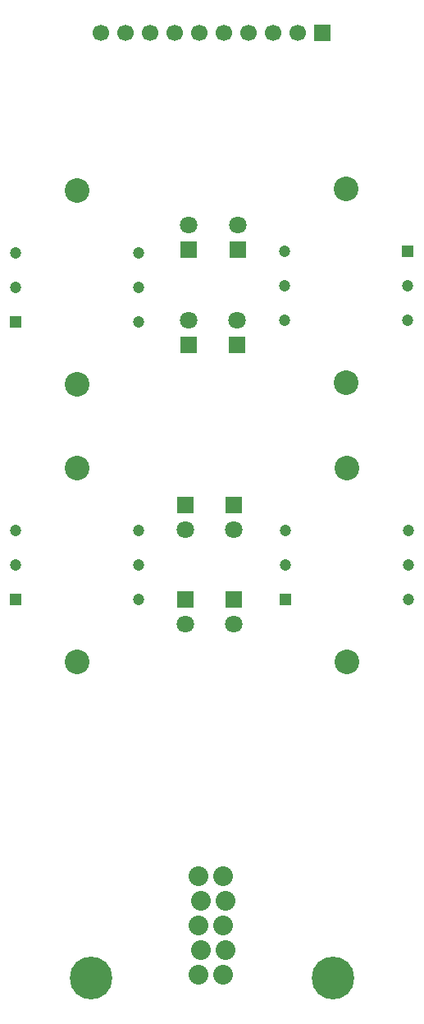
<source format=gbr>
%TF.GenerationSoftware,KiCad,Pcbnew,9.0.6*%
%TF.CreationDate,2025-12-17T11:15:49-05:00*%
%TF.ProjectId,lichen-crustose-processing-board,6c696368-656e-42d6-9372-7573746f7365,1.0*%
%TF.SameCoordinates,Original*%
%TF.FileFunction,Soldermask,Bot*%
%TF.FilePolarity,Negative*%
%FSLAX46Y46*%
G04 Gerber Fmt 4.6, Leading zero omitted, Abs format (unit mm)*
G04 Created by KiCad (PCBNEW 9.0.6) date 2025-12-17 11:15:49*
%MOMM*%
%LPD*%
G01*
G04 APERTURE LIST*
%ADD10C,4.400000*%
%ADD11R,1.700000X1.700000*%
%ADD12C,1.700000*%
%ADD13C,2.540000*%
%ADD14R,1.200000X1.200000*%
%ADD15C,1.200000*%
%ADD16R,1.800000X1.800000*%
%ADD17C,1.800000*%
%ADD18C,2.032000*%
G04 APERTURE END LIST*
D10*
%TO.C,H2*%
X137750000Y-210000000D03*
%TD*%
D11*
%TO.C,CONN1*%
X136650000Y-112500000D03*
D12*
X134110000Y-112500000D03*
X131570000Y-112500000D03*
X129030000Y-112500000D03*
X126490000Y-112500000D03*
X123950000Y-112500000D03*
X121410000Y-112500000D03*
X118870000Y-112500000D03*
X116330000Y-112500000D03*
X113790000Y-112500000D03*
%TD*%
D10*
%TO.C,H1*%
X112750000Y-210000000D03*
%TD*%
D13*
%TO.C,TR2*%
X111350000Y-157356000D03*
X111350000Y-177356000D03*
D14*
X105000000Y-170912000D03*
D15*
X105000000Y-167356000D03*
X105000000Y-163800000D03*
X117700000Y-163800000D03*
X117700000Y-167356000D03*
X117700000Y-170912000D03*
%TD*%
D13*
%TO.C,TR4*%
X139150000Y-157400000D03*
X139150000Y-177400000D03*
D14*
X132800000Y-170956000D03*
D15*
X132800000Y-167400000D03*
X132800000Y-163844000D03*
X145500000Y-163844000D03*
X145500000Y-167400000D03*
X145500000Y-170956000D03*
%TD*%
D16*
%TO.C,LED3*%
X122800000Y-144670000D03*
D17*
X122800000Y-142130000D03*
%TD*%
D16*
%TO.C,LED4*%
X122800000Y-134870000D03*
D17*
X122800000Y-132330000D03*
%TD*%
D18*
%TO.C,PWR1*%
X123853000Y-209660000D03*
X126393000Y-209660000D03*
X124107000Y-207120000D03*
X126647000Y-207120000D03*
X123853000Y-204580000D03*
X126393000Y-204580000D03*
X124107000Y-202040000D03*
X126647000Y-202040000D03*
X123853000Y-199500000D03*
X126393000Y-199500000D03*
%TD*%
D13*
%TO.C,TR3*%
X139099500Y-148600000D03*
X139099500Y-128600000D03*
D14*
X145449500Y-135044000D03*
D15*
X145449500Y-138600000D03*
X145449500Y-142156000D03*
X132749500Y-142156000D03*
X132749500Y-138600000D03*
X132749500Y-135044000D03*
%TD*%
D13*
%TO.C,TR1*%
X111350000Y-128800000D03*
X111350000Y-148800000D03*
D14*
X105000000Y-142356000D03*
D15*
X105000000Y-138800000D03*
X105000000Y-135244000D03*
X117700000Y-135244000D03*
X117700000Y-138800000D03*
X117700000Y-142356000D03*
%TD*%
D16*
%TO.C,LED1*%
X127800000Y-144670000D03*
D17*
X127800000Y-142130000D03*
%TD*%
D16*
%TO.C,LED2*%
X122500000Y-170930000D03*
D17*
X122500000Y-173470000D03*
%TD*%
D16*
%TO.C,LED7*%
X127900000Y-134870000D03*
D17*
X127900000Y-132330000D03*
%TD*%
D16*
%TO.C,LED8*%
X122500000Y-161230000D03*
D17*
X122500000Y-163770000D03*
%TD*%
D16*
%TO.C,LED6*%
X127500000Y-161230000D03*
D17*
X127500000Y-163770000D03*
%TD*%
D16*
%TO.C,LED5*%
X127500000Y-170930000D03*
D17*
X127500000Y-173470000D03*
%TD*%
M02*

</source>
